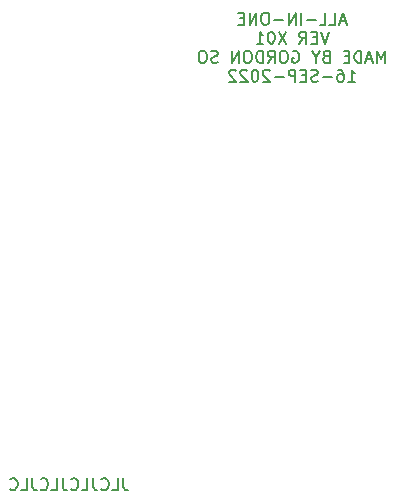
<source format=gbr>
%TF.GenerationSoftware,KiCad,Pcbnew,(6.0.7)*%
%TF.CreationDate,2022-09-16T23:20:04-07:00*%
%TF.ProjectId,All-in-one,416c6c2d-696e-42d6-9f6e-652e6b696361,rev?*%
%TF.SameCoordinates,Original*%
%TF.FileFunction,Legend,Bot*%
%TF.FilePolarity,Positive*%
%FSLAX46Y46*%
G04 Gerber Fmt 4.6, Leading zero omitted, Abs format (unit mm)*
G04 Created by KiCad (PCBNEW (6.0.7)) date 2022-09-16 23:20:04*
%MOMM*%
%LPD*%
G01*
G04 APERTURE LIST*
%ADD10C,0.150000*%
G04 APERTURE END LIST*
D10*
X44019047Y-65452380D02*
X44019047Y-66166666D01*
X44066666Y-66309523D01*
X44161904Y-66404761D01*
X44304761Y-66452380D01*
X44400000Y-66452380D01*
X43066666Y-66452380D02*
X43542857Y-66452380D01*
X43542857Y-65452380D01*
X42161904Y-66357142D02*
X42209523Y-66404761D01*
X42352380Y-66452380D01*
X42447619Y-66452380D01*
X42590476Y-66404761D01*
X42685714Y-66309523D01*
X42733333Y-66214285D01*
X42780952Y-66023809D01*
X42780952Y-65880952D01*
X42733333Y-65690476D01*
X42685714Y-65595238D01*
X42590476Y-65500000D01*
X42447619Y-65452380D01*
X42352380Y-65452380D01*
X42209523Y-65500000D01*
X42161904Y-65547619D01*
X41447619Y-65452380D02*
X41447619Y-66166666D01*
X41495238Y-66309523D01*
X41590476Y-66404761D01*
X41733333Y-66452380D01*
X41828571Y-66452380D01*
X40495238Y-66452380D02*
X40971428Y-66452380D01*
X40971428Y-65452380D01*
X39590476Y-66357142D02*
X39638095Y-66404761D01*
X39780952Y-66452380D01*
X39876190Y-66452380D01*
X40019047Y-66404761D01*
X40114285Y-66309523D01*
X40161904Y-66214285D01*
X40209523Y-66023809D01*
X40209523Y-65880952D01*
X40161904Y-65690476D01*
X40114285Y-65595238D01*
X40019047Y-65500000D01*
X39876190Y-65452380D01*
X39780952Y-65452380D01*
X39638095Y-65500000D01*
X39590476Y-65547619D01*
X38876190Y-65452380D02*
X38876190Y-66166666D01*
X38923809Y-66309523D01*
X39019047Y-66404761D01*
X39161904Y-66452380D01*
X39257142Y-66452380D01*
X37923809Y-66452380D02*
X38400000Y-66452380D01*
X38400000Y-65452380D01*
X37019047Y-66357142D02*
X37066666Y-66404761D01*
X37209523Y-66452380D01*
X37304761Y-66452380D01*
X37447619Y-66404761D01*
X37542857Y-66309523D01*
X37590476Y-66214285D01*
X37638095Y-66023809D01*
X37638095Y-65880952D01*
X37590476Y-65690476D01*
X37542857Y-65595238D01*
X37447619Y-65500000D01*
X37304761Y-65452380D01*
X37209523Y-65452380D01*
X37066666Y-65500000D01*
X37019047Y-65547619D01*
X36304761Y-65452380D02*
X36304761Y-66166666D01*
X36352380Y-66309523D01*
X36447619Y-66404761D01*
X36590476Y-66452380D01*
X36685714Y-66452380D01*
X35352380Y-66452380D02*
X35828571Y-66452380D01*
X35828571Y-65452380D01*
X34447619Y-66357142D02*
X34495238Y-66404761D01*
X34638095Y-66452380D01*
X34733333Y-66452380D01*
X34876190Y-66404761D01*
X34971428Y-66309523D01*
X35019047Y-66214285D01*
X35066666Y-66023809D01*
X35066666Y-65880952D01*
X35019047Y-65690476D01*
X34971428Y-65595238D01*
X34876190Y-65500000D01*
X34733333Y-65452380D01*
X34638095Y-65452380D01*
X34495238Y-65500000D01*
X34447619Y-65547619D01*
X62847619Y-26751666D02*
X62371428Y-26751666D01*
X62942857Y-27037380D02*
X62609523Y-26037380D01*
X62276190Y-27037380D01*
X61466666Y-27037380D02*
X61942857Y-27037380D01*
X61942857Y-26037380D01*
X60657142Y-27037380D02*
X61133333Y-27037380D01*
X61133333Y-26037380D01*
X60323809Y-26656428D02*
X59561904Y-26656428D01*
X59085714Y-27037380D02*
X59085714Y-26037380D01*
X58609523Y-27037380D02*
X58609523Y-26037380D01*
X58038095Y-27037380D01*
X58038095Y-26037380D01*
X57561904Y-26656428D02*
X56800000Y-26656428D01*
X56133333Y-26037380D02*
X55942857Y-26037380D01*
X55847619Y-26085000D01*
X55752380Y-26180238D01*
X55704761Y-26370714D01*
X55704761Y-26704047D01*
X55752380Y-26894523D01*
X55847619Y-26989761D01*
X55942857Y-27037380D01*
X56133333Y-27037380D01*
X56228571Y-26989761D01*
X56323809Y-26894523D01*
X56371428Y-26704047D01*
X56371428Y-26370714D01*
X56323809Y-26180238D01*
X56228571Y-26085000D01*
X56133333Y-26037380D01*
X55276190Y-27037380D02*
X55276190Y-26037380D01*
X54704761Y-27037380D01*
X54704761Y-26037380D01*
X54228571Y-26513571D02*
X53895238Y-26513571D01*
X53752380Y-27037380D02*
X54228571Y-27037380D01*
X54228571Y-26037380D01*
X53752380Y-26037380D01*
X61395238Y-27647380D02*
X61061904Y-28647380D01*
X60728571Y-27647380D01*
X60395238Y-28123571D02*
X60061904Y-28123571D01*
X59919047Y-28647380D02*
X60395238Y-28647380D01*
X60395238Y-27647380D01*
X59919047Y-27647380D01*
X58919047Y-28647380D02*
X59252380Y-28171190D01*
X59490476Y-28647380D02*
X59490476Y-27647380D01*
X59109523Y-27647380D01*
X59014285Y-27695000D01*
X58966666Y-27742619D01*
X58919047Y-27837857D01*
X58919047Y-27980714D01*
X58966666Y-28075952D01*
X59014285Y-28123571D01*
X59109523Y-28171190D01*
X59490476Y-28171190D01*
X57823809Y-27647380D02*
X57157142Y-28647380D01*
X57157142Y-27647380D02*
X57823809Y-28647380D01*
X56585714Y-27647380D02*
X56490476Y-27647380D01*
X56395238Y-27695000D01*
X56347619Y-27742619D01*
X56300000Y-27837857D01*
X56252380Y-28028333D01*
X56252380Y-28266428D01*
X56300000Y-28456904D01*
X56347619Y-28552142D01*
X56395238Y-28599761D01*
X56490476Y-28647380D01*
X56585714Y-28647380D01*
X56680952Y-28599761D01*
X56728571Y-28552142D01*
X56776190Y-28456904D01*
X56823809Y-28266428D01*
X56823809Y-28028333D01*
X56776190Y-27837857D01*
X56728571Y-27742619D01*
X56680952Y-27695000D01*
X56585714Y-27647380D01*
X55300000Y-28647380D02*
X55871428Y-28647380D01*
X55585714Y-28647380D02*
X55585714Y-27647380D01*
X55680952Y-27790238D01*
X55776190Y-27885476D01*
X55871428Y-27933095D01*
X66157142Y-30257380D02*
X66157142Y-29257380D01*
X65823809Y-29971666D01*
X65490476Y-29257380D01*
X65490476Y-30257380D01*
X65061904Y-29971666D02*
X64585714Y-29971666D01*
X65157142Y-30257380D02*
X64823809Y-29257380D01*
X64490476Y-30257380D01*
X64157142Y-30257380D02*
X64157142Y-29257380D01*
X63919047Y-29257380D01*
X63776190Y-29305000D01*
X63680952Y-29400238D01*
X63633333Y-29495476D01*
X63585714Y-29685952D01*
X63585714Y-29828809D01*
X63633333Y-30019285D01*
X63680952Y-30114523D01*
X63776190Y-30209761D01*
X63919047Y-30257380D01*
X64157142Y-30257380D01*
X63157142Y-29733571D02*
X62823809Y-29733571D01*
X62680952Y-30257380D02*
X63157142Y-30257380D01*
X63157142Y-29257380D01*
X62680952Y-29257380D01*
X61157142Y-29733571D02*
X61014285Y-29781190D01*
X60966666Y-29828809D01*
X60919047Y-29924047D01*
X60919047Y-30066904D01*
X60966666Y-30162142D01*
X61014285Y-30209761D01*
X61109523Y-30257380D01*
X61490476Y-30257380D01*
X61490476Y-29257380D01*
X61157142Y-29257380D01*
X61061904Y-29305000D01*
X61014285Y-29352619D01*
X60966666Y-29447857D01*
X60966666Y-29543095D01*
X61014285Y-29638333D01*
X61061904Y-29685952D01*
X61157142Y-29733571D01*
X61490476Y-29733571D01*
X60300000Y-29781190D02*
X60300000Y-30257380D01*
X60633333Y-29257380D02*
X60300000Y-29781190D01*
X59966666Y-29257380D01*
X58347619Y-29305000D02*
X58442857Y-29257380D01*
X58585714Y-29257380D01*
X58728571Y-29305000D01*
X58823809Y-29400238D01*
X58871428Y-29495476D01*
X58919047Y-29685952D01*
X58919047Y-29828809D01*
X58871428Y-30019285D01*
X58823809Y-30114523D01*
X58728571Y-30209761D01*
X58585714Y-30257380D01*
X58490476Y-30257380D01*
X58347619Y-30209761D01*
X58300000Y-30162142D01*
X58300000Y-29828809D01*
X58490476Y-29828809D01*
X57680952Y-29257380D02*
X57490476Y-29257380D01*
X57395238Y-29305000D01*
X57300000Y-29400238D01*
X57252380Y-29590714D01*
X57252380Y-29924047D01*
X57300000Y-30114523D01*
X57395238Y-30209761D01*
X57490476Y-30257380D01*
X57680952Y-30257380D01*
X57776190Y-30209761D01*
X57871428Y-30114523D01*
X57919047Y-29924047D01*
X57919047Y-29590714D01*
X57871428Y-29400238D01*
X57776190Y-29305000D01*
X57680952Y-29257380D01*
X56252380Y-30257380D02*
X56585714Y-29781190D01*
X56823809Y-30257380D02*
X56823809Y-29257380D01*
X56442857Y-29257380D01*
X56347619Y-29305000D01*
X56300000Y-29352619D01*
X56252380Y-29447857D01*
X56252380Y-29590714D01*
X56300000Y-29685952D01*
X56347619Y-29733571D01*
X56442857Y-29781190D01*
X56823809Y-29781190D01*
X55823809Y-30257380D02*
X55823809Y-29257380D01*
X55585714Y-29257380D01*
X55442857Y-29305000D01*
X55347619Y-29400238D01*
X55300000Y-29495476D01*
X55252380Y-29685952D01*
X55252380Y-29828809D01*
X55300000Y-30019285D01*
X55347619Y-30114523D01*
X55442857Y-30209761D01*
X55585714Y-30257380D01*
X55823809Y-30257380D01*
X54633333Y-29257380D02*
X54442857Y-29257380D01*
X54347619Y-29305000D01*
X54252380Y-29400238D01*
X54204761Y-29590714D01*
X54204761Y-29924047D01*
X54252380Y-30114523D01*
X54347619Y-30209761D01*
X54442857Y-30257380D01*
X54633333Y-30257380D01*
X54728571Y-30209761D01*
X54823809Y-30114523D01*
X54871428Y-29924047D01*
X54871428Y-29590714D01*
X54823809Y-29400238D01*
X54728571Y-29305000D01*
X54633333Y-29257380D01*
X53776190Y-30257380D02*
X53776190Y-29257380D01*
X53204761Y-30257380D01*
X53204761Y-29257380D01*
X52014285Y-30209761D02*
X51871428Y-30257380D01*
X51633333Y-30257380D01*
X51538095Y-30209761D01*
X51490476Y-30162142D01*
X51442857Y-30066904D01*
X51442857Y-29971666D01*
X51490476Y-29876428D01*
X51538095Y-29828809D01*
X51633333Y-29781190D01*
X51823809Y-29733571D01*
X51919047Y-29685952D01*
X51966666Y-29638333D01*
X52014285Y-29543095D01*
X52014285Y-29447857D01*
X51966666Y-29352619D01*
X51919047Y-29305000D01*
X51823809Y-29257380D01*
X51585714Y-29257380D01*
X51442857Y-29305000D01*
X50823809Y-29257380D02*
X50633333Y-29257380D01*
X50538095Y-29305000D01*
X50442857Y-29400238D01*
X50395238Y-29590714D01*
X50395238Y-29924047D01*
X50442857Y-30114523D01*
X50538095Y-30209761D01*
X50633333Y-30257380D01*
X50823809Y-30257380D01*
X50919047Y-30209761D01*
X51014285Y-30114523D01*
X51061904Y-29924047D01*
X51061904Y-29590714D01*
X51014285Y-29400238D01*
X50919047Y-29305000D01*
X50823809Y-29257380D01*
X63061904Y-31867380D02*
X63633333Y-31867380D01*
X63347619Y-31867380D02*
X63347619Y-30867380D01*
X63442857Y-31010238D01*
X63538095Y-31105476D01*
X63633333Y-31153095D01*
X62204761Y-30867380D02*
X62395238Y-30867380D01*
X62490476Y-30915000D01*
X62538095Y-30962619D01*
X62633333Y-31105476D01*
X62680952Y-31295952D01*
X62680952Y-31676904D01*
X62633333Y-31772142D01*
X62585714Y-31819761D01*
X62490476Y-31867380D01*
X62300000Y-31867380D01*
X62204761Y-31819761D01*
X62157142Y-31772142D01*
X62109523Y-31676904D01*
X62109523Y-31438809D01*
X62157142Y-31343571D01*
X62204761Y-31295952D01*
X62300000Y-31248333D01*
X62490476Y-31248333D01*
X62585714Y-31295952D01*
X62633333Y-31343571D01*
X62680952Y-31438809D01*
X61680952Y-31486428D02*
X60919047Y-31486428D01*
X60490476Y-31819761D02*
X60347619Y-31867380D01*
X60109523Y-31867380D01*
X60014285Y-31819761D01*
X59966666Y-31772142D01*
X59919047Y-31676904D01*
X59919047Y-31581666D01*
X59966666Y-31486428D01*
X60014285Y-31438809D01*
X60109523Y-31391190D01*
X60300000Y-31343571D01*
X60395238Y-31295952D01*
X60442857Y-31248333D01*
X60490476Y-31153095D01*
X60490476Y-31057857D01*
X60442857Y-30962619D01*
X60395238Y-30915000D01*
X60300000Y-30867380D01*
X60061904Y-30867380D01*
X59919047Y-30915000D01*
X59490476Y-31343571D02*
X59157142Y-31343571D01*
X59014285Y-31867380D02*
X59490476Y-31867380D01*
X59490476Y-30867380D01*
X59014285Y-30867380D01*
X58585714Y-31867380D02*
X58585714Y-30867380D01*
X58204761Y-30867380D01*
X58109523Y-30915000D01*
X58061904Y-30962619D01*
X58014285Y-31057857D01*
X58014285Y-31200714D01*
X58061904Y-31295952D01*
X58109523Y-31343571D01*
X58204761Y-31391190D01*
X58585714Y-31391190D01*
X57585714Y-31486428D02*
X56823809Y-31486428D01*
X56395238Y-30962619D02*
X56347619Y-30915000D01*
X56252380Y-30867380D01*
X56014285Y-30867380D01*
X55919047Y-30915000D01*
X55871428Y-30962619D01*
X55823809Y-31057857D01*
X55823809Y-31153095D01*
X55871428Y-31295952D01*
X56442857Y-31867380D01*
X55823809Y-31867380D01*
X55204761Y-30867380D02*
X55109523Y-30867380D01*
X55014285Y-30915000D01*
X54966666Y-30962619D01*
X54919047Y-31057857D01*
X54871428Y-31248333D01*
X54871428Y-31486428D01*
X54919047Y-31676904D01*
X54966666Y-31772142D01*
X55014285Y-31819761D01*
X55109523Y-31867380D01*
X55204761Y-31867380D01*
X55300000Y-31819761D01*
X55347619Y-31772142D01*
X55395238Y-31676904D01*
X55442857Y-31486428D01*
X55442857Y-31248333D01*
X55395238Y-31057857D01*
X55347619Y-30962619D01*
X55300000Y-30915000D01*
X55204761Y-30867380D01*
X54490476Y-30962619D02*
X54442857Y-30915000D01*
X54347619Y-30867380D01*
X54109523Y-30867380D01*
X54014285Y-30915000D01*
X53966666Y-30962619D01*
X53919047Y-31057857D01*
X53919047Y-31153095D01*
X53966666Y-31295952D01*
X54538095Y-31867380D01*
X53919047Y-31867380D01*
X53538095Y-30962619D02*
X53490476Y-30915000D01*
X53395238Y-30867380D01*
X53157142Y-30867380D01*
X53061904Y-30915000D01*
X53014285Y-30962619D01*
X52966666Y-31057857D01*
X52966666Y-31153095D01*
X53014285Y-31295952D01*
X53585714Y-31867380D01*
X52966666Y-31867380D01*
M02*

</source>
